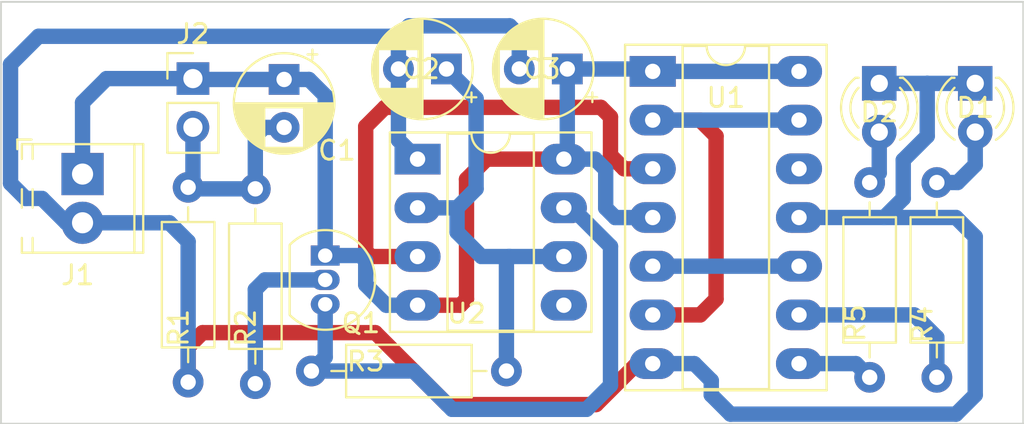
<source format=kicad_pcb>
(kicad_pcb (version 20211014) (generator pcbnew)
  (layers (0 "F.Cu" signal) (31 "B.Cu" signal) (34 "B.Paste" user) (35 "F.Paste" user) (36 "B.SilkS" user "B.Silkscreen") (37 "F.SilkS" user "F.Silkscreen") (38 "B.Mask" user) (39 "F.Mask" user) (44 "Edge.Cuts" user))
  (net 0 "")
  (net 1 "Net-(C1-Pad1)")
  (net 2 "Earth")
  (net 3 "Net-(C1-Pad2)")
  (net 4 "Net-(C2-Pad1)")
  (net 5 "Net-(R4-Pad1)")
  (net 6 "Net-(D1-Pad2)")
  (net 7 "Net-(R5-Pad1)")
  (net 8 "Net-(D2-Pad2)")
  (net 9 "Net-(U1-Pad3)")
  (net 11 "Net-(U1-Pad13)")
  (net 12 "Net-(U1-Pad10)")
  (net 14 "Net-(R2-Pad2)")
  (net 15 "Net-(R3-Pad1)")
  (footprint "Package_TO_SOT_THT:TO-92_Inline" (layer "F.Cu") (at 46.64 42.73 -90)
    (fp_text reference "Q1" (at 3.52 -1.86) (layer "F.SilkS"))
    (fp_text value "BC547")
    (pad "1" thru_hole rect locked (at 0 0 270) (size 1.05 1.5) (drill 0.75) (layers *.Cu *.Mask) (net 1 "Net-(C1-Pad1)"))
    (pad "2" thru_hole oval locked (at 1.27 0 270) (size 1.05 1.5) (drill 0.75) (layers *.Cu *.Mask) (net 14 "Net-(R2-Pad2)"))
    (pad "3" thru_hole oval locked (at 2.54 0 270) (size 1.05 1.5) (drill 0.75) (layers *.Cu *.Mask) (net 15 "Net-(R3-Pad1)"))
  )
  (footprint "Resistor_THT:R_Axial_DIN0207_L6.3mm_D2.5mm_P10.16mm_Horizontal" (layer "F.Cu") (at 78.5 49.08 90)
    (fp_text reference "R4" (at 2.75 -0.75 90) (layer "F.SilkS"))
    (fp_text value "47E")
    (pad "1" thru_hole circle locked (at 0 0 90) (size 1.6 1.6) (drill 0.8) (layers *.Cu *.Mask) (net 5 "Net-(R4-Pad1)"))
    (pad "2" thru_hole oval locked (at 10.16 0 90) (size 1.6 1.6) (drill 0.8) (layers *.Cu *.Mask) (net 6 "Net-(D1-Pad2)"))
  )
  (footprint "Resistor_THT:R_Axial_DIN0207_L6.3mm_D2.5mm_P10.16mm_Horizontal" (layer "F.Cu") (at 43 39.25 -90)
    (fp_text reference "R2" (at 7.25 0.5 90) (layer "F.SilkS"))
    (fp_text value "1K")
    (pad "1" thru_hole circle locked (at 0 0 270) (size 1.6 1.6) (drill 0.8) (layers *.Cu *.Mask) (net 3 "Net-(C1-Pad2)"))
    (pad "2" thru_hole oval locked (at 10.16 0 270) (size 1.6 1.6) (drill 0.8) (layers *.Cu *.Mask) (net 14 "Net-(R2-Pad2)"))
  )
  (footprint "Resistor_THT:R_Axial_DIN0207_L6.3mm_D2.5mm_P10.16mm_Horizontal" (layer "F.Cu") (at 39.5 39.17 -90)
    (fp_text reference "R1" (at 7.33 0.5 90) (layer "F.SilkS"))
    (fp_text value "470K")
    (pad "1" thru_hole circle locked (at 0 0 270) (size 1.6 1.6) (drill 0.8) (layers *.Cu *.Mask) (net 3 "Net-(C1-Pad2)"))
    (pad "2" thru_hole oval locked (at 10.16 0 270) (size 1.6 1.6) (drill 0.8) (layers *.Cu *.Mask) (net 2 "Earth"))
  )
  (footprint "LED_THT:LED_D3.0mm" (layer "F.Cu") (at 75.5 33.75 -90)
    (fp_text reference "D2" (at 1.5 0 180) (layer "F.SilkS"))
    (fp_text value "LED_Green")
    (pad "1" thru_hole rect locked (at 0 0 270) (size 1.8 1.8) (drill 0.9) (layers *.Cu *.Mask) (net 2 "Earth"))
    (pad "2" thru_hole circle locked (at 2.54 0 270) (size 1.8 1.8) (drill 0.9) (layers *.Cu *.Mask) (net 8 "Net-(D2-Pad2)"))
  )
  (footprint "Capacitor_THT:CP_Radial_D5.0mm_P2.50mm" (layer "F.Cu") (at 44.5 33.544888 -90)
    (fp_text reference "C1" (at 3.705112 -2.75 180) (layer "F.SilkS"))
    (fp_text value "47uF")
    (pad "1" thru_hole rect locked (at 0 0 270) (size 1.6 1.6) (drill 0.8) (layers *.Cu *.Mask) (net 1 "Net-(C1-Pad1)"))
    (pad "2" thru_hole circle locked (at 2.5 0 270) (size 1.6 1.6) (drill 0.8) (layers *.Cu *.Mask) (net 3 "Net-(C1-Pad2)"))
  )
  (footprint "Resistor_THT:R_Axial_DIN0207_L6.3mm_D2.5mm_P10.16mm_Horizontal" (layer "F.Cu") (at 45.92 48.75)
    (fp_text reference "R3" (at 2.83 -0.5) (layer "F.SilkS"))
    (fp_text value "47K")
    (pad "1" thru_hole circle locked (at 0 0) (size 1.6 1.6) (drill 0.8) (layers *.Cu *.Mask) (net 15 "Net-(R3-Pad1)"))
    (pad "2" thru_hole oval locked (at 10.16 0) (size 1.6 1.6) (drill 0.8) (layers *.Cu *.Mask) (net 4 "Net-(C2-Pad1)"))
  )
  (footprint "Capacitor_THT:CP_Radial_D5.0mm_P2.50mm" (layer "F.Cu") (at 59.25 33 180)
    (fp_text reference "C3" (at 1.33 0) (layer "F.SilkS"))
    (fp_text value "47uF")
    (pad "1" thru_hole rect locked (at 0 0 180) (size 1.6 1.6) (drill 0.8) (layers *.Cu *.Mask) (net 1 "Net-(C1-Pad1)"))
    (pad "2" thru_hole circle locked (at 2.5 0 180) (size 1.6 1.6) (drill 0.8) (layers *.Cu *.Mask) (net 2 "Earth"))
  )
  (footprint "TerminalBlock_Phoenix:TerminalBlock_Phoenix_MPT-0,5-2-2.54_1x02_P2.54mm_Horizontal" (layer "F.Cu") (at 34 38.48 -90)
    (fp_text reference "J1" (at 5.27 0.25 180) (layer "F.SilkS"))
    (fp_text value "Power_I/P")
    (pad "" np_thru_hole circle locked (at 2.54 2.54 270) (size 1.1 1.1) (drill 1.1) (layers *.Cu *.Mask))
    (pad "" np_thru_hole circle locked (at 0 2.54 270) (size 1.1 1.1) (drill 1.1) (layers *.Cu *.Mask))
    (pad "1" thru_hole rect locked (at 0 0 270) (size 2.2 2.2) (drill 1.1) (layers *.Cu *.Mask) (net 1 "Net-(C1-Pad1)"))
    (pad "2" thru_hole circle locked (at 2.54 0 270) (size 2.2 2.2) (drill 1.1) (layers *.Cu *.Mask) (net 2 "Earth"))
  )
  (footprint "Connector_PinHeader_2.54mm:PinHeader_1x02_P2.54mm_Vertical" (layer "F.Cu") (at 39.75 33.5)
    (fp_text reference "J2" (at 0 -2.33) (layer "F.SilkS"))
    (fp_text value "SW")
    (pad "1" thru_hole rect locked (at 0 0) (size 1.7 1.7) (drill 1) (layers *.Cu *.Mask) (net 1 "Net-(C1-Pad1)"))
    (pad "2" thru_hole oval locked (at 0 2.54) (size 1.7 1.7) (drill 1) (layers *.Cu *.Mask) (net 3 "Net-(C1-Pad2)"))
  )
  (footprint "Capacitor_THT:CP_Radial_D5.0mm_P2.50mm" (layer "F.Cu") (at 52.955112 33 180)
    (fp_text reference "C2" (at 1.33 0) (layer "F.SilkS"))
    (fp_text value "470nF")
    (pad "1" thru_hole rect locked (at 0 0 180) (size 1.6 1.6) (drill 0.8) (layers *.Cu *.Mask) (net 4 "Net-(C2-Pad1)"))
    (pad "2" thru_hole circle locked (at 2.5 0 180) (size 1.6 1.6) (drill 0.8) (layers *.Cu *.Mask) (net 2 "Earth"))
  )
  (footprint "Package_DIP:DIP-14_W7.62mm_Socket_LongPads" (layer "F.Cu") (at 63.7 33.125)
    (fp_text reference "U1" (at 3.81 1.375) (layer "F.SilkS"))
    (fp_text value "74HC74")
    (pad "1" thru_hole rect locked (at 0 0) (size 2.4 1.6) (drill 0.8) (layers *.Cu *.Mask) (net 1 "Net-(C1-Pad1)"))
    (pad "2" thru_hole oval locked (at 0 2.54) (size 2.4 1.6) (drill 0.8) (layers *.Cu *.Mask) (net 11 "Net-(U1-Pad13)"))
    (pad "3" thru_hole oval locked (at 0 5.08) (size 2.4 1.6) (drill 0.8) (layers *.Cu *.Mask) (net 9 "Net-(U1-Pad3)"))
    (pad "4" thru_hole oval locked (at 0 7.62) (size 2.4 1.6) (drill 0.8) (layers *.Cu *.Mask) (net 1 "Net-(C1-Pad1)"))
    (pad "5" thru_hole oval locked (at 0 10.16) (size 2.4 1.6) (drill 0.8) (layers *.Cu *.Mask) (net 12 "Net-(U1-Pad10)"))
    (pad "6" thru_hole oval locked (at 0 12.7) (size 2.4 1.6) (drill 0.8) (layers *.Cu *.Mask) (net 11 "Net-(U1-Pad13)"))
    (pad "7" thru_hole oval locked (at 0 15.24) (size 2.4 1.6) (drill 0.8) (layers *.Cu *.Mask) (net 2 "Earth"))
    (pad "8" thru_hole oval locked (at 7.62 15.24) (size 2.4 1.6) (drill 0.8) (layers *.Cu *.Mask) (net 7 "Net-(R5-Pad1)"))
    (pad "9" thru_hole oval locked (at 7.62 12.7) (size 2.4 1.6) (drill 0.8) (layers *.Cu *.Mask) (net 5 "Net-(R4-Pad1)"))
    (pad "10" thru_hole oval locked (at 7.62 10.16) (size 2.4 1.6) (drill 0.8) (layers *.Cu *.Mask) (net 12 "Net-(U1-Pad10)"))
    (pad "11" thru_hole oval locked (at 7.62 7.62) (size 2.4 1.6) (drill 0.8) (layers *.Cu *.Mask) (net 2 "Earth"))
    (pad "12" thru_hole oval locked (at 7.62 5.08) (size 2.4 1.6) (drill 0.8) (layers *.Cu *.Mask))
    (pad "13" thru_hole oval locked (at 7.62 2.54) (size 2.4 1.6) (drill 0.8) (layers *.Cu *.Mask) (net 11 "Net-(U1-Pad13)"))
    (pad "14" thru_hole oval locked (at 7.62 0) (size 2.4 1.6) (drill 0.8) (layers *.Cu *.Mask) (net 1 "Net-(C1-Pad1)"))
  )
  (footprint "Package_DIP:DIP-8_W7.62mm_Socket_LongPads" (layer "F.Cu") (at 51.45 37.7)
    (fp_text reference "U2" (at 2.55 8.05) (layer "F.SilkS"))
    (fp_text value "NA555P")
    (pad "1" thru_hole rect locked (at 0 0) (size 2.4 1.6) (drill 0.8) (layers *.Cu *.Mask) (net 2 "Earth"))
    (pad "2" thru_hole oval locked (at 0 2.54) (size 2.4 1.6) (drill 0.8) (layers *.Cu *.Mask) (net 4 "Net-(C2-Pad1)"))
    (pad "3" thru_hole oval locked (at 0 5.08) (size 2.4 1.6) (drill 0.8) (layers *.Cu *.Mask) (net 9 "Net-(U1-Pad3)"))
    (pad "4" thru_hole oval locked (at 0 7.62) (size 2.4 1.6) (drill 0.8) (layers *.Cu *.Mask) (net 1 "Net-(C1-Pad1)"))
    (pad "5" thru_hole oval locked (at 7.62 7.62) (size 2.4 1.6) (drill 0.8) (layers *.Cu *.Mask))
    (pad "6" thru_hole oval locked (at 7.62 5.08) (size 2.4 1.6) (drill 0.8) (layers *.Cu *.Mask) (net 4 "Net-(C2-Pad1)"))
    (pad "7" thru_hole oval locked (at 7.62 2.54) (size 2.4 1.6) (drill 0.8) (layers *.Cu *.Mask) (net 15 "Net-(R3-Pad1)"))
    (pad "8" thru_hole oval locked (at 7.62 0) (size 2.4 1.6) (drill 0.8) (layers *.Cu *.Mask) (net 1 "Net-(C1-Pad1)"))
  )
  (footprint "LED_THT:LED_D3.0mm" (layer "F.Cu") (at 80.5 33.75 -90)
    (fp_text reference "D1" (at 1.27 0 180) (layer "F.SilkS"))
    (fp_text value "LED_Red")
    (pad "1" thru_hole rect locked (at 0 0 270) (size 1.8 1.8) (drill 0.9) (layers *.Cu *.Mask) (net 2 "Earth"))
    (pad "2" thru_hole circle locked (at 2.54 0 270) (size 1.8 1.8) (drill 0.9) (layers *.Cu *.Mask) (net 6 "Net-(D1-Pad2)"))
  )
  (footprint "Resistor_THT:R_Axial_DIN0207_L6.3mm_D2.5mm_P10.16mm_Horizontal" (layer "F.Cu") (at 75 49.08 90)
    (fp_text reference "R5" (at 2.83 -0.75 90) (layer "F.SilkS"))
    (fp_text value "47E")
    (pad "1" thru_hole circle locked (at 0 0 90) (size 1.6 1.6) (drill 0.8) (layers *.Cu *.Mask) (net 7 "Net-(R5-Pad1)"))
    (pad "2" thru_hole oval locked (at 10.16 0 90) (size 1.6 1.6) (drill 0.8) (layers *.Cu *.Mask) (net 8 "Net-(D2-Pad2)"))
  )
  (gr_rect (start 29.75 29.5) (end 83 51.5) (layer "Edge.Cuts") (width 0.1) (fill none))
  (segment (start 54 38.75) (end 54 45) (width 0.8) (layer "F.Cu") (net 1))
  (segment (start 59.07 37.7) (end 55.05 37.7) (width 0.8) (layer "F.Cu") (net 1))
  (segment (start 53.68 45.32) (end 51.45 45.32) (width 0.8) (layer "F.Cu") (net 1))
  (segment (start 54 45) (end 53.68 45.32) (width 0.8) (layer "F.Cu") (net 1))
  (segment (start 55.05 37.7) (end 54 38.75) (width 0.8) (layer "F.Cu") (net 1))
  (segment (start 59.25 37.52) (end 59.07 37.7) (width 0.8) (layer "B.Cu") (net 1))
  (segment (start 46.64 34.61) (end 46.64 42.73) (width 0.8) (layer "B.Cu") (net 1))
  (segment (start 61.25 40.25) (end 61.75 40.75) (width 0.8) (layer "B.Cu") (net 1))
  (segment (start 44.5 33.544888) (end 45.794888 33.544888) (width 0.8) (layer "B.Cu") (net 1))
  (segment (start 51.45 45.32) (end 49.82 45.32) (width 0.8) (layer "B.Cu") (net 1))
  (segment (start 35.25 33.5) (end 39.75 33.5) (width 0.8) (layer "B.Cu") (net 1))
  (segment (start 46.75 34.5) (end 46.64 34.61) (width 0.8) (layer "B.Cu") (net 1))
  (segment (start 48.75 44.25) (end 48.75 43) (width 0.8) (layer "B.Cu") (net 1))
  (segment (start 45.794888 33.544888) (end 46.75 34.5) (width 0.8) (layer "B.Cu") (net 1))
  (segment (start 59.07 37.7) (end 60.7 37.7) (width 0.8) (layer "B.Cu") (net 1))
  (segment (start 63.575 33) (end 63.7 33.125) (width 0.8) (layer "B.Cu") (net 1))
  (segment (start 61.75 40.75) (end 63.695 40.75) (width 0.8) (layer "B.Cu") (net 1))
  (segment (start 44.5 33.544888) (end 39.794888 33.544888) (width 0.8) (layer "B.Cu") (net 1))
  (segment (start 39.794888 33.544888) (end 39.75 33.5) (width 0.8) (layer "B.Cu") (net 1))
  (segment (start 71.32 33.125) (end 63.7 33.125) (width 0.8) (layer "B.Cu") (net 1))
  (segment (start 48.48 42.73) (end 46.64 42.73) (width 0.8) (layer "B.Cu") (net 1))
  (segment (start 63.695 40.75) (end 63.7 40.745) (width 0.8) (layer "B.Cu") (net 1))
  (segment (start 61.25 38.25) (end 61.25 40.25) (width 0.8) (layer "B.Cu") (net 1))
  (segment (start 59.25 33) (end 59.25 37.52) (width 0.8) (layer "B.Cu") (net 1))
  (segment (start 48.75 43) (end 48.48 42.73) (width 0.8) (layer "B.Cu") (net 1))
  (segment (start 34 38.48) (end 34 34.75) (width 0.8) (layer "B.Cu") (net 1))
  (segment (start 34 34.75) (end 35.25 33.5) (width 0.8) (layer "B.Cu") (net 1))
  (segment (start 59.25 33) (end 63.575 33) (width 0.8) (layer "B.Cu") (net 1))
  (segment (start 49.82 45.32) (end 48.75 44.25) (width 0.8) (layer "B.Cu") (net 1))
  (segment (start 60.7 37.7) (end 61.25 38.25) (width 0.8) (layer "B.Cu") (net 1))
  (segment (start 39.5 47.5) (end 39.5 49.33) (width 0.8) (layer "F.Cu") (net 2))
  (segment (start 53 50.5) (end 49.25 46.75) (width 0.8) (layer "F.Cu") (net 2))
  (segment (start 62.885 48.365) (end 60.75 50.5) (width 0.8) (layer "F.Cu") (net 2))
  (segment (start 63.7 48.365) (end 62.885 48.365) (width 0.8) (layer "F.Cu") (net 2))
  (segment (start 60.75 50.5) (end 53 50.5) (width 0.8) (layer "F.Cu") (net 2))
  (segment (start 40.25 46.75) (end 39.5 47.5) (width 0.8) (layer "F.Cu") (net 2))
  (segment (start 49.25 46.75) (end 40.25 46.75) (width 0.8) (layer "F.Cu") (net 2))
  (segment (start 31.705112 31.294888) (end 50.455112 31.294888) (width 0.8) (layer "B.Cu") (net 2))
  (segment (start 38.52 41.02) (end 39.5 42) (width 0.8) (layer "B.Cu") (net 2))
  (segment (start 63.7 48.365) (end 65.865 48.365) (width 0.8) (layer "B.Cu") (net 2))
  (segment (start 79.495 40.745) (end 75.755 40.745) (width 0.8) (layer "B.Cu") (net 2))
  (segment (start 56.75 33) (end 56.75 31.25) (width 0.8) (layer "B.Cu") (net 2))
  (segment (start 30.25 38.96638) (end 30.25 32.75) (width 0.8) (layer "B.Cu") (net 2))
  (segment (start 50.455112 36.705112) (end 51.45 37.7) (width 0.8) (layer "B.Cu") (net 2))
  (segment (start 80.5 41.75) (end 79.495 40.745) (width 0.8) (layer "B.Cu") (net 2))
  (segment (start 56.25 30.75) (end 51 30.75) (width 0.8) (layer "B.Cu") (net 2))
  (segment (start 78 36.5) (end 78 33.75) (width 0.8) (layer "B.Cu") (net 2))
  (segment (start 75.755 40.745) (end 76.75 39.75) (width 0.8) (layer "B.Cu") (net 2))
  (segment (start 50.455112 33) (end 50.455112 36.705112) (width 0.8) (layer "B.Cu") (net 2))
  (segment (start 80.5 33.75) (end 78 33.75) (width 0.8) (layer "B.Cu") (net 2))
  (segment (start 31.03362 39.75) (end 30.25 38.96638) (width 0.8) (layer "B.Cu") (net 2))
  (segment (start 71.32 40.745) (end 75.755 40.745) (width 0.8) (layer "B.Cu") (net 2))
  (segment (start 30.25 32.75) (end 31.705112 31.294888) (width 0.8) (layer "B.Cu") (net 2))
  (segment (start 66.75 50) (end 67.75 51) (width 0.8) (layer "B.Cu") (net 2))
  (segment (start 34 41.02) (end 33.15638 41.02) (width 0.8) (layer "B.Cu") (net 2))
  (segment (start 65.865 48.365) (end 66.75 49.25) (width 0.8) (layer "B.Cu") (net 2))
  (segment (start 78 33.75) (end 75.5 33.75) (width 0.8) (layer "B.Cu") (net 2))
  (segment (start 51 30.75) (end 50.455112 31.294888) (width 0.8) (layer "B.Cu") (net 2))
  (segment (start 34 41.02) (end 38.52 41.02) (width 0.8) (layer "B.Cu") (net 2))
  (segment (start 50.455112 31.294888) (end 50.455112 33) (width 0.8) (layer "B.Cu") (net 2))
  (segment (start 66.75 49.25) (end 66.75 50) (width 0.8) (layer "B.Cu") (net 2))
  (segment (start 39.5 42) (end 39.5 49.33) (width 0.8) (layer "B.Cu") (net 2))
  (segment (start 33.15638 41.02) (end 31.88638 39.75) (width 0.8) (layer "B.Cu") (net 2))
  (segment (start 31.88638 39.75) (end 31.03362 39.75) (width 0.8) (layer "B.Cu") (net 2))
  (segment (start 67.75 51) (end 79.5 51) (width 0.8) (layer "B.Cu") (net 2))
  (segment (start 56.75 31.25) (end 56.25 30.75) (width 0.8) (layer "B.Cu") (net 2))
  (segment (start 76.75 39.75) (end 76.75 37.75) (width 0.8) (layer "B.Cu") (net 2))
  (segment (start 76.75 37.75) (end 78 36.5) (width 0.8) (layer "B.Cu") (net 2))
  (segment (start 79.5 51) (end 80.5 50) (width 0.8) (layer "B.Cu") (net 2))
  (segment (start 80.5 50) (end 80.5 41.75) (width 0.8) (layer "B.Cu") (net 2))
  (segment (start 39.75 38.92) (end 39.5 39.17) (width 0.8) (layer "B.Cu") (net 3))
  (segment (start 39.58 39.25) (end 39.5 39.17) (width 0.8) (layer "B.Cu") (net 3))
  (segment (start 39.75 36.04) (end 39.75 38.92) (width 0.8) (layer "B.Cu") (net 3))
  (segment (start 43.455112 36.044888) (end 43 36.5) (width 0.8) (layer "B.Cu") (net 3))
  (segment (start 43 36.5) (end 43 39.25) (width 0.8) (layer "B.Cu") (net 3))
  (segment (start 44.5 36.044888) (end 43.455112 36.044888) (width 0.8) (layer "B.Cu") (net 3))
  (segment (start 43 39.25) (end 39.58 39.25) (width 0.8) (layer "B.Cu") (net 3))
  (segment (start 54.78 42.78) (end 53.51 41.51) (width 0.8) (layer "B.Cu") (net 4))
  (segment (start 56.08 48.75) (end 56.08 42.92) (width 0.8) (layer "B.Cu") (net 4))
  (segment (start 56.22 42.78) (end 54.78 42.78) (width 0.8) (layer "B.Cu") (net 4))
  (segment (start 54.5 39.25) (end 53.51 40.24) (width 0.8) (layer "B.Cu") (net 4))
  (segment (start 53.51 40.24) (end 51.45 40.24) (width 0.8) (layer "B.Cu") (net 4))
  (segment (start 59.07 42.78) (end 56.22 42.78) (width 0.8) (layer "B.Cu") (net 4))
  (segment (start 52.955112 33) (end 54.5 34.544888) (width 0.8) (layer "B.Cu") (net 4))
  (segment (start 56.08 42.92) (end 56.22 42.78) (width 0.8) (layer "B.Cu") (net 4))
  (segment (start 53.51 41.51) (end 53.51 40.24) (width 0.8) (layer "B.Cu") (net 4))
  (segment (start 54.5 34.544888) (end 54.5 39.25) (width 0.8) (layer "B.Cu") (net 4))
  (segment (start 71.32 45.825) (end 77.325 45.825) (width 0.8) (layer "B.Cu") (net 5))
  (segment (start 78.5 47) (end 78.5 49.08) (width 0.8) (layer "B.Cu") (net 5))
  (segment (start 77.325 45.825) (end 78.5 47) (width 0.8) (layer "B.Cu") (net 5))
  (segment (start 80.5 36.29) (end 80.5 38) (width 0.8) (layer "B.Cu") (net 6))
  (segment (start 80.5 38) (end 79.58 38.92) (width 0.8) (layer "B.Cu") (net 6))
  (segment (start 79.58 38.92) (end 78.5 38.92) (width 0.8) (layer "B.Cu") (net 6))
  (segment (start 71.32 48.365) (end 74.285 48.365) (width 0.8) (layer "B.Cu") (net 7))
  (segment (start 74.285 48.365) (end 75 49.08) (width 0.8) (layer "B.Cu") (net 7))
  (segment (start 75.5 36.29) (end 75.5 38.42) (width 0.8) (layer "B.Cu") (net 8))
  (segment (start 75.5 38.42) (end 75 38.92) (width 0.8) (layer "B.Cu") (net 8))
  (segment (start 48.75 42.5) (end 49.03 42.78) (width 0.8) (layer "F.Cu") (net 9))
  (segment (start 49.75 35) (end 48.75 36) (width 0.8) (layer "F.Cu") (net 9))
  (segment (start 49.03 42.78) (end 51.45 42.78) (width 0.8) (layer "F.Cu") (net 9))
  (segment (start 62.205 38.205) (end 61.5 37.5) (width 0.8) (layer "F.Cu") (net 9))
  (segment (start 61 35) (end 49.75 35) (width 0.8) (layer "F.Cu") (net 9))
  (segment (start 48.75 36) (end 48.75 42.5) (width 0.8) (layer "F.Cu") (net 9))
  (segment (start 61.5 35.5) (end 61 35) (width 0.8) (layer "F.Cu") (net 9))
  (segment (start 63.7 38.205) (end 62.205 38.205) (width 0.8) (layer "F.Cu") (net 9))
  (segment (start 61.5 37.5) (end 61.5 35.5) (width 0.8) (layer "F.Cu") (net 9))
  (segment (start 67 45) (end 66.175 45.825) (width 0.8) (layer "F.Cu") (net 11))
  (segment (start 66.165 35.665) (end 67 36.5) (width 0.8) (layer "F.Cu") (net 11))
  (segment (start 66.175 45.825) (end 63.7 45.825) (width 0.8) (layer "F.Cu") (net 11))
  (segment (start 63.7 35.665) (end 66.165 35.665) (width 0.8) (layer "F.Cu") (net 11))
  (segment (start 67 36.5) (end 67 45) (width 0.8) (layer "F.Cu") (net 11))
  (segment (start 71.32 35.665) (end 63.7 35.665) (width 0.8) (layer "B.Cu") (net 11))
  (segment (start 71.32 43.285) (end 63.7 43.285) (width 0.8) (layer "B.Cu") (net 12))
  (segment (start 43.5 44) (end 43 44.5) (width 0.8) (layer "B.Cu") (net 14))
  (segment (start 46.64 44) (end 43.5 44) (width 0.8) (layer "B.Cu") (net 14))
  (segment (start 43 44.5) (end 43 49.41) (width 0.8) (layer "B.Cu") (net 14))
  (segment (start 51.25 48.75) (end 45.92 48.75) (width 0.8) (layer "B.Cu") (net 15))
  (segment (start 59.07 40.24) (end 59.49 40.24) (width 0.8) (layer "B.Cu") (net 15))
  (segment (start 60.25 50.75) (end 53.25 50.75) (width 0.8) (layer "B.Cu") (net 15))
  (segment (start 61.5 42.25) (end 61.5 49.5) (width 0.8) (layer "B.Cu") (net 15))
  (segment (start 46.64 45.27) (end 46.64 48.03) (width 0.8) (layer "B.Cu") (net 15))
  (segment (start 59.49 40.24) (end 61.5 42.25) (width 0.8) (layer "B.Cu") (net 15))
  (segment (start 53.25 50.75) (end 51.25 48.75) (width 0.8) (layer "B.Cu") (net 15))
  (segment (start 61.5 49.5) (end 60.25 50.75) (width 0.8) (layer "B.Cu") (net 15))
  (segment (start 46.64 48.03) (end 45.92 48.75) (width 0.8) (layer "B.Cu") (net 15))
)
</source>
